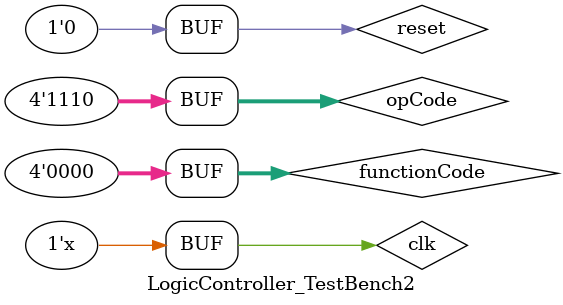
<source format=v>
`timescale 1ns / 1ps


module LogicController_TestBench2;

	// Inputs
	reg clk;
	reg reset;
	reg [3:0] opCode;
	reg [3:0] functionCode;

	// Outputs
	wire branch;
	wire jump;
	wire jumpRA;
	wire CFWrite;
	wire LZNWrite;
	wire wbPSR;
	wire RtSrcReg;
	wire wbSrc;
	wire memSrc;
	wire shiftSrc;
	wire aluSrcb;
	wire regWriteEn;
	wire raWrite;
	wire shiftType;
	wire memWrite;
	wire pcEn;
	wire enRAM;
	wire [2:0] aluop;

	// Instantiate the Unit Under Test (UUT)
	LogicController uut (
		.clk(clk), 
		.reset(reset), 
		.opCode(opCode), 
		.functionCode(functionCode), 
		.branch(branch), 
		.jump(jump), 
		.jumpRA(jumpRA), 
		.CFWrite(CFWrite), 
		.LZNWrite(LZNWrite), 
		.wbPSR(wbPSR), 
		.RtSrcReg(RtSrcReg), 
		.wbSrc(wbSrc), 
		.memSrc(memSrc), 
		.shiftSrc(shiftSrc), 
		.aluSrcb(aluSrcb), 
		.regWriteEn(regWriteEn), 
		.raWrite(raWrite), 
		.shiftType(shiftType), 
		.memWrite(memWrite), 
		.pcEn(pcEn), 
		.enRAM(enRAM), 
		.aluop(aluop)
	);

	initial begin
		// Initialize Inputs
		clk = 0;
		reset = 1;
		opCode = 0;
		functionCode = 0;

		// Wait 100 ns for global reset to finish
		#10;
		reset = 0;
        
		// Add stimulus here
		#3;
		//jump
		opCode = 4'b1101;
		functionCode = 4'b0000;
		#2;
		//load
		opCode = 4'b0111;
		functionCode = 4'b0000;
		#4;
		//store
		opCode = 4'b1010;
		functionCode = 4'b0000;
		#4;
		//lshi
		opCode = 4'b1110;
		
		
	end
      
	always #1 clk = ~clk;
      
endmodule


</source>
